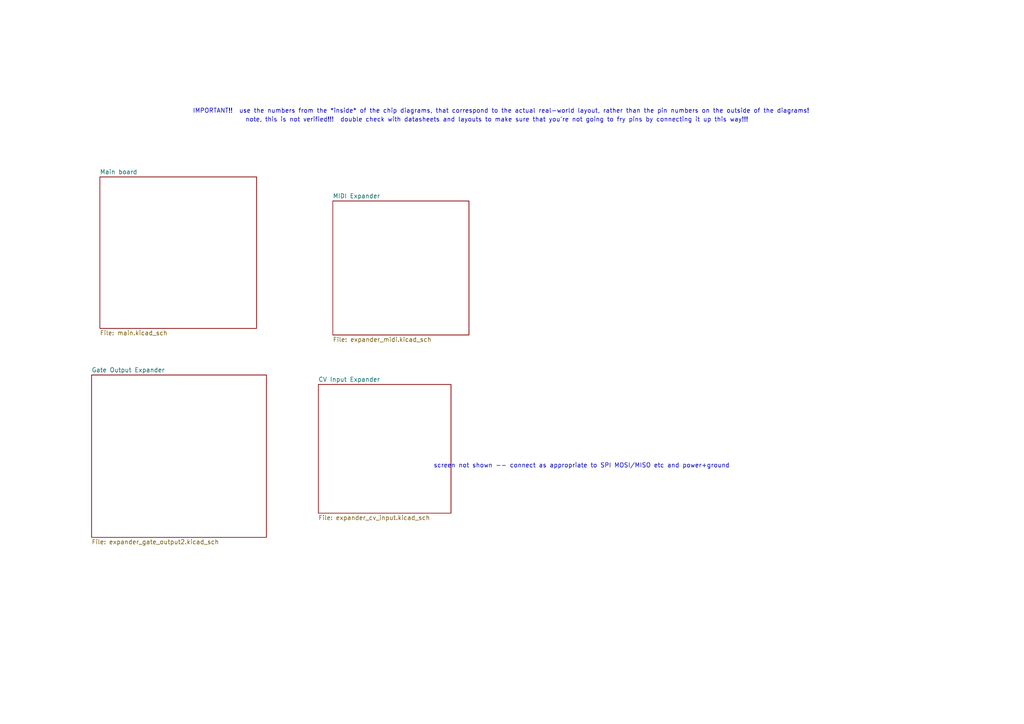
<source format=kicad_sch>
(kicad_sch (version 20230121) (generator eeschema)
  (paper "A4")
  (lib_symbols)
  (text "note, this is not verified!!!  double check with datasheets and layouts to make sure that you're not going to fry pins by connecting it up this way!!!" (at 71.12 35.56 0) (effects (font (size 1.27 1.27)) (justify left bottom)))
  (text "IMPORTANT!!  use the numbers from the *inside* of the chip diagrams, that correspond to the actual real-world layout, rather than the pin numbers on the outside of the diagrams!" (at 55.88 33.02 0) (effects (font (size 1.27 1.27)) (justify left bottom)))
  (text "screen not shown -- connect as appropriate to SPI MOSI/MISO etc and power+ground" (at 125.73 135.89 0) (effects (font (size 1.27 1.27)) (justify left bottom)))
  (sheet (at 92.329 111.506) (size 38.481 37.338) (stroke (width 0.1524))
    (property "Sheetname" "CV Input Expander" (at 92.329 110.7944 0) (effects (justify left bottom)))
    (property "Sheetfile" "expander_cv_input.kicad_sch" (at 92.329 149.4286 0) (effects (justify left top)))
  )
  (sheet (at 26.5684 108.7628) (size 50.6984 47.0916) (stroke (width 0.1524))
    (property "Sheetname" "Gate Output Expander" (at 26.5684 108.0512 0) (effects (justify left bottom)))
    (property "Sheetfile" "expander_gate_output2.kicad_sch" (at 26.5684 156.439 0) (effects (justify left top)))
  )
  (sheet (at 28.956 51.308) (size 45.466 43.942) (stroke (width 0.1524))
    (property "Sheetname" "Main board" (at 28.956 50.5964 0) (effects (justify left bottom)))
    (property "Sheetfile" "main.kicad_sch" (at 28.956 95.8346 0) (effects (justify left top)))
  )
  (sheet (at 96.52 58.293) (size 39.497 38.862) (stroke (width 0.1524))
    (property "Sheetname" "MIDI Expander" (at 96.52 57.5814 0) (effects (justify left bottom)))
    (property "Sheetfile" "expander_midi.kicad_sch" (at 96.52 97.7396 0) (effects (justify left top)))
  )
)
</source>
